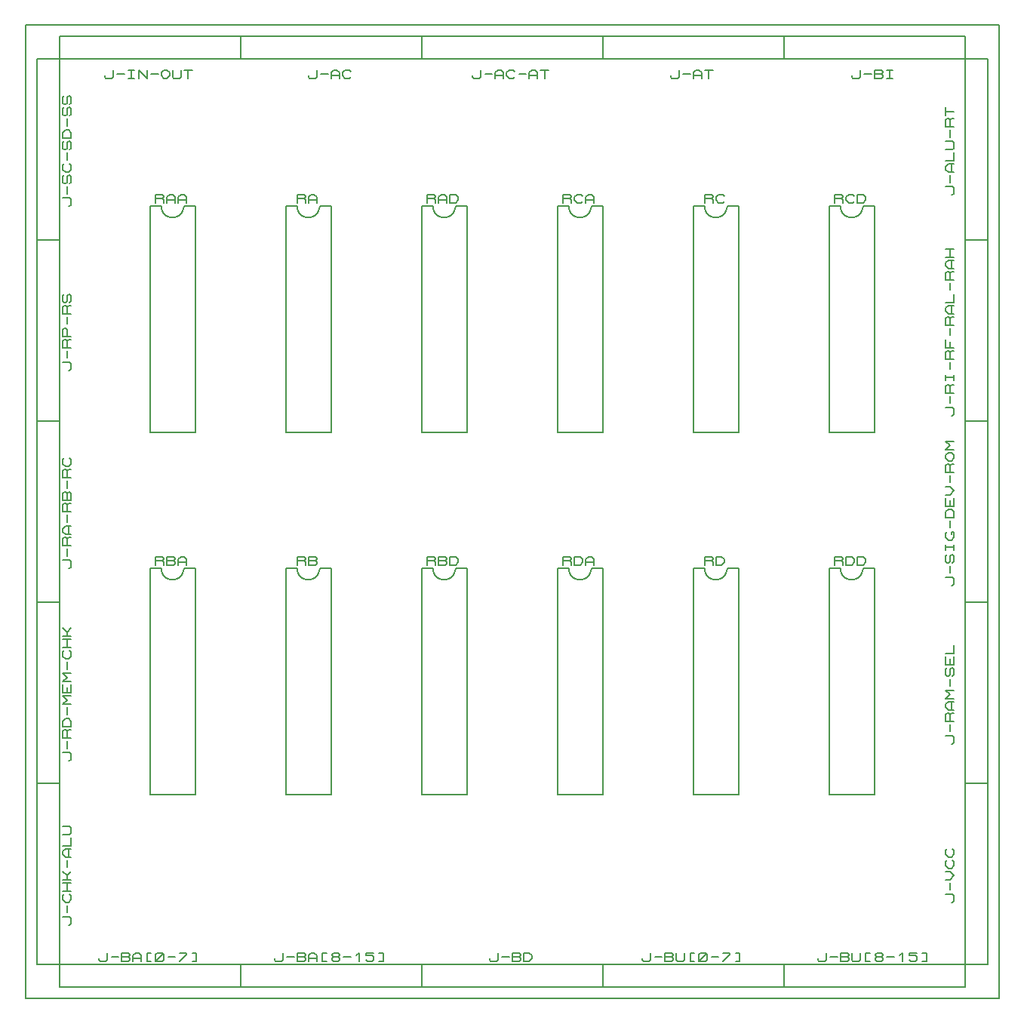
<source format=gbr>
G04 PROTEUS GERBER X2 FILE*
%TF.GenerationSoftware,Labcenter,Proteus,8.13-SP0-Build31525*%
%TF.CreationDate,2022-07-18T16:44:16+00:00*%
%TF.FileFunction,Legend,Top*%
%TF.FilePolarity,Positive*%
%TF.Part,Single*%
%TF.SameCoordinates,{5cd33fac-9818-4aa8-8d23-16ed7fe0303d}*%
%FSLAX45Y45*%
%MOMM*%
G01*
%TA.AperFunction,Profile*%
%ADD15C,0.203200*%
%TA.AperFunction,Material*%
%ADD16C,0.203200*%
%TD.AperFunction*%
D15*
X-5461000Y-5715000D02*
X+5461000Y-5715000D01*
X+5461000Y+5207000D01*
X-5461000Y+5207000D01*
X-5461000Y-5715000D01*
D16*
X-3048000Y+4826000D02*
X-1016000Y+4826000D01*
X-1016000Y+5080000D01*
X-3048000Y+5080000D01*
X-3048000Y+4826000D01*
X-2286000Y+4643120D02*
X-2286000Y+4627880D01*
X-2270125Y+4612640D01*
X-2206625Y+4612640D01*
X-2190750Y+4627880D01*
X-2190750Y+4704080D01*
X-2143125Y+4658360D02*
X-2063750Y+4658360D01*
X-2032000Y+4612640D02*
X-2032000Y+4673600D01*
X-2000250Y+4704080D01*
X-1968500Y+4704080D01*
X-1936750Y+4673600D01*
X-1936750Y+4612640D01*
X-2032000Y+4643120D02*
X-1936750Y+4643120D01*
X-1809750Y+4627880D02*
X-1825625Y+4612640D01*
X-1873250Y+4612640D01*
X-1905000Y+4643120D01*
X-1905000Y+4673600D01*
X-1873250Y+4704080D01*
X-1825625Y+4704080D01*
X-1809750Y+4688840D01*
X-1016000Y+4826000D02*
X+1016000Y+4826000D01*
X+1016000Y+5080000D01*
X-1016000Y+5080000D01*
X-1016000Y+4826000D01*
X-444500Y+4643120D02*
X-444500Y+4627880D01*
X-428625Y+4612640D01*
X-365125Y+4612640D01*
X-349250Y+4627880D01*
X-349250Y+4704080D01*
X-301625Y+4658360D02*
X-222250Y+4658360D01*
X-190500Y+4612640D02*
X-190500Y+4673600D01*
X-158750Y+4704080D01*
X-127000Y+4704080D01*
X-95250Y+4673600D01*
X-95250Y+4612640D01*
X-190500Y+4643120D02*
X-95250Y+4643120D01*
X+31750Y+4627880D02*
X+15875Y+4612640D01*
X-31750Y+4612640D01*
X-63500Y+4643120D01*
X-63500Y+4673600D01*
X-31750Y+4704080D01*
X+15875Y+4704080D01*
X+31750Y+4688840D01*
X+79375Y+4658360D02*
X+158750Y+4658360D01*
X+190500Y+4612640D02*
X+190500Y+4673600D01*
X+222250Y+4704080D01*
X+254000Y+4704080D01*
X+285750Y+4673600D01*
X+285750Y+4612640D01*
X+190500Y+4643120D02*
X+285750Y+4643120D01*
X+317500Y+4704080D02*
X+412750Y+4704080D01*
X+365125Y+4704080D02*
X+365125Y+4612640D01*
X+1016000Y+4826000D02*
X+3048000Y+4826000D01*
X+3048000Y+5080000D01*
X+1016000Y+5080000D01*
X+1016000Y+4826000D01*
X+1778000Y+4643120D02*
X+1778000Y+4627880D01*
X+1793875Y+4612640D01*
X+1857375Y+4612640D01*
X+1873250Y+4627880D01*
X+1873250Y+4704080D01*
X+1920875Y+4658360D02*
X+2000250Y+4658360D01*
X+2032000Y+4612640D02*
X+2032000Y+4673600D01*
X+2063750Y+4704080D01*
X+2095500Y+4704080D01*
X+2127250Y+4673600D01*
X+2127250Y+4612640D01*
X+2032000Y+4643120D02*
X+2127250Y+4643120D01*
X+2159000Y+4704080D02*
X+2254250Y+4704080D01*
X+2206625Y+4704080D02*
X+2206625Y+4612640D01*
X+3048000Y+4826000D02*
X+5080000Y+4826000D01*
X+5080000Y+5080000D01*
X+3048000Y+5080000D01*
X+3048000Y+4826000D01*
X+3810000Y+4643120D02*
X+3810000Y+4627880D01*
X+3825875Y+4612640D01*
X+3889375Y+4612640D01*
X+3905250Y+4627880D01*
X+3905250Y+4704080D01*
X+3952875Y+4658360D02*
X+4032250Y+4658360D01*
X+4064000Y+4612640D02*
X+4064000Y+4704080D01*
X+4143375Y+4704080D01*
X+4159250Y+4688840D01*
X+4159250Y+4673600D01*
X+4143375Y+4658360D01*
X+4159250Y+4643120D01*
X+4159250Y+4627880D01*
X+4143375Y+4612640D01*
X+4064000Y+4612640D01*
X+4064000Y+4658360D02*
X+4143375Y+4658360D01*
X+4206875Y+4704080D02*
X+4270375Y+4704080D01*
X+4238625Y+4704080D02*
X+4238625Y+4612640D01*
X+4206875Y+4612640D02*
X+4270375Y+4612640D01*
X-5080000Y+4826000D02*
X-3048000Y+4826000D01*
X-3048000Y+5080000D01*
X-5080000Y+5080000D01*
X-5080000Y+4826000D01*
X-4572000Y+4643120D02*
X-4572000Y+4627880D01*
X-4556125Y+4612640D01*
X-4492625Y+4612640D01*
X-4476750Y+4627880D01*
X-4476750Y+4704080D01*
X-4429125Y+4658360D02*
X-4349750Y+4658360D01*
X-4302125Y+4704080D02*
X-4238625Y+4704080D01*
X-4270375Y+4704080D02*
X-4270375Y+4612640D01*
X-4302125Y+4612640D02*
X-4238625Y+4612640D01*
X-4191000Y+4612640D02*
X-4191000Y+4704080D01*
X-4095750Y+4612640D01*
X-4095750Y+4704080D01*
X-4048125Y+4658360D02*
X-3968750Y+4658360D01*
X-3937000Y+4673600D02*
X-3905250Y+4704080D01*
X-3873500Y+4704080D01*
X-3841750Y+4673600D01*
X-3841750Y+4643120D01*
X-3873500Y+4612640D01*
X-3905250Y+4612640D01*
X-3937000Y+4643120D01*
X-3937000Y+4673600D01*
X-3810000Y+4704080D02*
X-3810000Y+4627880D01*
X-3794125Y+4612640D01*
X-3730625Y+4612640D01*
X-3714750Y+4627880D01*
X-3714750Y+4704080D01*
X-3683000Y+4704080D02*
X-3587750Y+4704080D01*
X-3635375Y+4704080D02*
X-3635375Y+4612640D01*
X-5080000Y-5588000D02*
X-3048000Y-5588000D01*
X-3048000Y-5334000D01*
X-5080000Y-5334000D01*
X-5080000Y-5588000D01*
X-4635500Y-5262880D02*
X-4635500Y-5278120D01*
X-4619625Y-5293360D01*
X-4556125Y-5293360D01*
X-4540250Y-5278120D01*
X-4540250Y-5201920D01*
X-4492625Y-5247640D02*
X-4413250Y-5247640D01*
X-4381500Y-5293360D02*
X-4381500Y-5201920D01*
X-4302125Y-5201920D01*
X-4286250Y-5217160D01*
X-4286250Y-5232400D01*
X-4302125Y-5247640D01*
X-4286250Y-5262880D01*
X-4286250Y-5278120D01*
X-4302125Y-5293360D01*
X-4381500Y-5293360D01*
X-4381500Y-5247640D02*
X-4302125Y-5247640D01*
X-4254500Y-5293360D02*
X-4254500Y-5232400D01*
X-4222750Y-5201920D01*
X-4191000Y-5201920D01*
X-4159250Y-5232400D01*
X-4159250Y-5293360D01*
X-4254500Y-5262880D02*
X-4159250Y-5262880D01*
X-4048125Y-5201920D02*
X-4095750Y-5201920D01*
X-4095750Y-5293360D01*
X-4048125Y-5293360D01*
X-4000500Y-5278120D02*
X-4000500Y-5217160D01*
X-3984625Y-5201920D01*
X-3921125Y-5201920D01*
X-3905250Y-5217160D01*
X-3905250Y-5278120D01*
X-3921125Y-5293360D01*
X-3984625Y-5293360D01*
X-4000500Y-5278120D01*
X-4000500Y-5293360D02*
X-3905250Y-5201920D01*
X-3857625Y-5247640D02*
X-3778250Y-5247640D01*
X-3730625Y-5201920D02*
X-3651250Y-5201920D01*
X-3651250Y-5217160D01*
X-3730625Y-5293360D01*
X-3587750Y-5201920D02*
X-3540125Y-5201920D01*
X-3540125Y-5293360D01*
X-3587750Y-5293360D01*
X-3048000Y-5588000D02*
X-1016000Y-5588000D01*
X-1016000Y-5334000D01*
X-3048000Y-5334000D01*
X-3048000Y-5588000D01*
X-2667000Y-5262880D02*
X-2667000Y-5278120D01*
X-2651125Y-5293360D01*
X-2587625Y-5293360D01*
X-2571750Y-5278120D01*
X-2571750Y-5201920D01*
X-2524125Y-5247640D02*
X-2444750Y-5247640D01*
X-2413000Y-5293360D02*
X-2413000Y-5201920D01*
X-2333625Y-5201920D01*
X-2317750Y-5217160D01*
X-2317750Y-5232400D01*
X-2333625Y-5247640D01*
X-2317750Y-5262880D01*
X-2317750Y-5278120D01*
X-2333625Y-5293360D01*
X-2413000Y-5293360D01*
X-2413000Y-5247640D02*
X-2333625Y-5247640D01*
X-2286000Y-5293360D02*
X-2286000Y-5232400D01*
X-2254250Y-5201920D01*
X-2222500Y-5201920D01*
X-2190750Y-5232400D01*
X-2190750Y-5293360D01*
X-2286000Y-5262880D02*
X-2190750Y-5262880D01*
X-2079625Y-5201920D02*
X-2127250Y-5201920D01*
X-2127250Y-5293360D01*
X-2079625Y-5293360D01*
X-2000250Y-5247640D02*
X-2016125Y-5232400D01*
X-2016125Y-5217160D01*
X-2000250Y-5201920D01*
X-1952625Y-5201920D01*
X-1936750Y-5217160D01*
X-1936750Y-5232400D01*
X-1952625Y-5247640D01*
X-2000250Y-5247640D01*
X-2016125Y-5262880D01*
X-2016125Y-5278120D01*
X-2000250Y-5293360D01*
X-1952625Y-5293360D01*
X-1936750Y-5278120D01*
X-1936750Y-5262880D01*
X-1952625Y-5247640D01*
X-1889125Y-5247640D02*
X-1809750Y-5247640D01*
X-1746250Y-5232400D02*
X-1714500Y-5201920D01*
X-1714500Y-5293360D01*
X-1555750Y-5201920D02*
X-1635125Y-5201920D01*
X-1635125Y-5232400D01*
X-1571625Y-5232400D01*
X-1555750Y-5247640D01*
X-1555750Y-5278120D01*
X-1571625Y-5293360D01*
X-1619250Y-5293360D01*
X-1635125Y-5278120D01*
X-1492250Y-5201920D02*
X-1444625Y-5201920D01*
X-1444625Y-5293360D01*
X-1492250Y-5293360D01*
X-1016000Y-5588000D02*
X+1016000Y-5588000D01*
X+1016000Y-5334000D01*
X-1016000Y-5334000D01*
X-1016000Y-5588000D01*
X-254000Y-5262880D02*
X-254000Y-5278120D01*
X-238125Y-5293360D01*
X-174625Y-5293360D01*
X-158750Y-5278120D01*
X-158750Y-5201920D01*
X-111125Y-5247640D02*
X-31750Y-5247640D01*
X+0Y-5293360D02*
X+0Y-5201920D01*
X+79375Y-5201920D01*
X+95250Y-5217160D01*
X+95250Y-5232400D01*
X+79375Y-5247640D01*
X+95250Y-5262880D01*
X+95250Y-5278120D01*
X+79375Y-5293360D01*
X+0Y-5293360D01*
X+0Y-5247640D02*
X+79375Y-5247640D01*
X+127000Y-5293360D02*
X+127000Y-5201920D01*
X+190500Y-5201920D01*
X+222250Y-5232400D01*
X+222250Y-5262880D01*
X+190500Y-5293360D01*
X+127000Y-5293360D01*
X+1016000Y-5588000D02*
X+3048000Y-5588000D01*
X+3048000Y-5334000D01*
X+1016000Y-5334000D01*
X+1016000Y-5588000D01*
X+1460500Y-5262880D02*
X+1460500Y-5278120D01*
X+1476375Y-5293360D01*
X+1539875Y-5293360D01*
X+1555750Y-5278120D01*
X+1555750Y-5201920D01*
X+1603375Y-5247640D02*
X+1682750Y-5247640D01*
X+1714500Y-5293360D02*
X+1714500Y-5201920D01*
X+1793875Y-5201920D01*
X+1809750Y-5217160D01*
X+1809750Y-5232400D01*
X+1793875Y-5247640D01*
X+1809750Y-5262880D01*
X+1809750Y-5278120D01*
X+1793875Y-5293360D01*
X+1714500Y-5293360D01*
X+1714500Y-5247640D02*
X+1793875Y-5247640D01*
X+1841500Y-5201920D02*
X+1841500Y-5278120D01*
X+1857375Y-5293360D01*
X+1920875Y-5293360D01*
X+1936750Y-5278120D01*
X+1936750Y-5201920D01*
X+2047875Y-5201920D02*
X+2000250Y-5201920D01*
X+2000250Y-5293360D01*
X+2047875Y-5293360D01*
X+2095500Y-5278120D02*
X+2095500Y-5217160D01*
X+2111375Y-5201920D01*
X+2174875Y-5201920D01*
X+2190750Y-5217160D01*
X+2190750Y-5278120D01*
X+2174875Y-5293360D01*
X+2111375Y-5293360D01*
X+2095500Y-5278120D01*
X+2095500Y-5293360D02*
X+2190750Y-5201920D01*
X+2238375Y-5247640D02*
X+2317750Y-5247640D01*
X+2365375Y-5201920D02*
X+2444750Y-5201920D01*
X+2444750Y-5217160D01*
X+2365375Y-5293360D01*
X+2508250Y-5201920D02*
X+2555875Y-5201920D01*
X+2555875Y-5293360D01*
X+2508250Y-5293360D01*
X+3048000Y-5588000D02*
X+5080000Y-5588000D01*
X+5080000Y-5334000D01*
X+3048000Y-5334000D01*
X+3048000Y-5588000D01*
X+3429000Y-5262880D02*
X+3429000Y-5278120D01*
X+3444875Y-5293360D01*
X+3508375Y-5293360D01*
X+3524250Y-5278120D01*
X+3524250Y-5201920D01*
X+3571875Y-5247640D02*
X+3651250Y-5247640D01*
X+3683000Y-5293360D02*
X+3683000Y-5201920D01*
X+3762375Y-5201920D01*
X+3778250Y-5217160D01*
X+3778250Y-5232400D01*
X+3762375Y-5247640D01*
X+3778250Y-5262880D01*
X+3778250Y-5278120D01*
X+3762375Y-5293360D01*
X+3683000Y-5293360D01*
X+3683000Y-5247640D02*
X+3762375Y-5247640D01*
X+3810000Y-5201920D02*
X+3810000Y-5278120D01*
X+3825875Y-5293360D01*
X+3889375Y-5293360D01*
X+3905250Y-5278120D01*
X+3905250Y-5201920D01*
X+4016375Y-5201920D02*
X+3968750Y-5201920D01*
X+3968750Y-5293360D01*
X+4016375Y-5293360D01*
X+4095750Y-5247640D02*
X+4079875Y-5232400D01*
X+4079875Y-5217160D01*
X+4095750Y-5201920D01*
X+4143375Y-5201920D01*
X+4159250Y-5217160D01*
X+4159250Y-5232400D01*
X+4143375Y-5247640D01*
X+4095750Y-5247640D01*
X+4079875Y-5262880D01*
X+4079875Y-5278120D01*
X+4095750Y-5293360D01*
X+4143375Y-5293360D01*
X+4159250Y-5278120D01*
X+4159250Y-5262880D01*
X+4143375Y-5247640D01*
X+4206875Y-5247640D02*
X+4286250Y-5247640D01*
X+4349750Y-5232400D02*
X+4381500Y-5201920D01*
X+4381500Y-5293360D01*
X+4540250Y-5201920D02*
X+4460875Y-5201920D01*
X+4460875Y-5232400D01*
X+4524375Y-5232400D01*
X+4540250Y-5247640D01*
X+4540250Y-5278120D01*
X+4524375Y-5293360D01*
X+4476750Y-5293360D01*
X+4460875Y-5278120D01*
X+4603750Y-5201920D02*
X+4651375Y-5201920D01*
X+4651375Y-5293360D01*
X+4603750Y-5293360D01*
X-5334000Y+2794000D02*
X-5080000Y+2794000D01*
X-5080000Y+4826000D01*
X-5334000Y+4826000D01*
X-5334000Y+2794000D01*
X-4978400Y+3175000D02*
X-4963160Y+3175000D01*
X-4947920Y+3190875D01*
X-4947920Y+3254375D01*
X-4963160Y+3270250D01*
X-5039360Y+3270250D01*
X-4993640Y+3317875D02*
X-4993640Y+3397250D01*
X-4963160Y+3429000D02*
X-4947920Y+3444875D01*
X-4947920Y+3508375D01*
X-4963160Y+3524250D01*
X-4978400Y+3524250D01*
X-4993640Y+3508375D01*
X-4993640Y+3444875D01*
X-5008880Y+3429000D01*
X-5024120Y+3429000D01*
X-5039360Y+3444875D01*
X-5039360Y+3508375D01*
X-5024120Y+3524250D01*
X-4963160Y+3651250D02*
X-4947920Y+3635375D01*
X-4947920Y+3587750D01*
X-4978400Y+3556000D01*
X-5008880Y+3556000D01*
X-5039360Y+3587750D01*
X-5039360Y+3635375D01*
X-5024120Y+3651250D01*
X-4993640Y+3698875D02*
X-4993640Y+3778250D01*
X-4963160Y+3810000D02*
X-4947920Y+3825875D01*
X-4947920Y+3889375D01*
X-4963160Y+3905250D01*
X-4978400Y+3905250D01*
X-4993640Y+3889375D01*
X-4993640Y+3825875D01*
X-5008880Y+3810000D01*
X-5024120Y+3810000D01*
X-5039360Y+3825875D01*
X-5039360Y+3889375D01*
X-5024120Y+3905250D01*
X-4947920Y+3937000D02*
X-5039360Y+3937000D01*
X-5039360Y+4000500D01*
X-5008880Y+4032250D01*
X-4978400Y+4032250D01*
X-4947920Y+4000500D01*
X-4947920Y+3937000D01*
X-4993640Y+4079875D02*
X-4993640Y+4159250D01*
X-4963160Y+4191000D02*
X-4947920Y+4206875D01*
X-4947920Y+4270375D01*
X-4963160Y+4286250D01*
X-4978400Y+4286250D01*
X-4993640Y+4270375D01*
X-4993640Y+4206875D01*
X-5008880Y+4191000D01*
X-5024120Y+4191000D01*
X-5039360Y+4206875D01*
X-5039360Y+4270375D01*
X-5024120Y+4286250D01*
X-4963160Y+4318000D02*
X-4947920Y+4333875D01*
X-4947920Y+4397375D01*
X-4963160Y+4413250D01*
X-4978400Y+4413250D01*
X-4993640Y+4397375D01*
X-4993640Y+4333875D01*
X-5008880Y+4318000D01*
X-5024120Y+4318000D01*
X-5039360Y+4333875D01*
X-5039360Y+4397375D01*
X-5024120Y+4413250D01*
X-5334000Y+762000D02*
X-5080000Y+762000D01*
X-5080000Y+2794000D01*
X-5334000Y+2794000D01*
X-5334000Y+762000D01*
X-4978400Y+1333500D02*
X-4963160Y+1333500D01*
X-4947920Y+1349375D01*
X-4947920Y+1412875D01*
X-4963160Y+1428750D01*
X-5039360Y+1428750D01*
X-4993640Y+1476375D02*
X-4993640Y+1555750D01*
X-4947920Y+1587500D02*
X-5039360Y+1587500D01*
X-5039360Y+1666875D01*
X-5024120Y+1682750D01*
X-5008880Y+1682750D01*
X-4993640Y+1666875D01*
X-4993640Y+1587500D01*
X-4993640Y+1666875D02*
X-4978400Y+1682750D01*
X-4947920Y+1682750D01*
X-4947920Y+1714500D02*
X-5039360Y+1714500D01*
X-5039360Y+1793875D01*
X-5024120Y+1809750D01*
X-5008880Y+1809750D01*
X-4993640Y+1793875D01*
X-4993640Y+1714500D01*
X-4993640Y+1857375D02*
X-4993640Y+1936750D01*
X-4947920Y+1968500D02*
X-5039360Y+1968500D01*
X-5039360Y+2047875D01*
X-5024120Y+2063750D01*
X-5008880Y+2063750D01*
X-4993640Y+2047875D01*
X-4993640Y+1968500D01*
X-4993640Y+2047875D02*
X-4978400Y+2063750D01*
X-4947920Y+2063750D01*
X-4963160Y+2095500D02*
X-4947920Y+2111375D01*
X-4947920Y+2174875D01*
X-4963160Y+2190750D01*
X-4978400Y+2190750D01*
X-4993640Y+2174875D01*
X-4993640Y+2111375D01*
X-5008880Y+2095500D01*
X-5024120Y+2095500D01*
X-5039360Y+2111375D01*
X-5039360Y+2174875D01*
X-5024120Y+2190750D01*
X-5334000Y-1270000D02*
X-5080000Y-1270000D01*
X-5080000Y+762000D01*
X-5334000Y+762000D01*
X-5334000Y-1270000D01*
X-4978400Y-889000D02*
X-4963160Y-889000D01*
X-4947920Y-873125D01*
X-4947920Y-809625D01*
X-4963160Y-793750D01*
X-5039360Y-793750D01*
X-4993640Y-746125D02*
X-4993640Y-666750D01*
X-4947920Y-635000D02*
X-5039360Y-635000D01*
X-5039360Y-555625D01*
X-5024120Y-539750D01*
X-5008880Y-539750D01*
X-4993640Y-555625D01*
X-4993640Y-635000D01*
X-4993640Y-555625D02*
X-4978400Y-539750D01*
X-4947920Y-539750D01*
X-4947920Y-508000D02*
X-5008880Y-508000D01*
X-5039360Y-476250D01*
X-5039360Y-444500D01*
X-5008880Y-412750D01*
X-4947920Y-412750D01*
X-4978400Y-508000D02*
X-4978400Y-412750D01*
X-4993640Y-365125D02*
X-4993640Y-285750D01*
X-4947920Y-254000D02*
X-5039360Y-254000D01*
X-5039360Y-174625D01*
X-5024120Y-158750D01*
X-5008880Y-158750D01*
X-4993640Y-174625D01*
X-4993640Y-254000D01*
X-4993640Y-174625D02*
X-4978400Y-158750D01*
X-4947920Y-158750D01*
X-4947920Y-127000D02*
X-5039360Y-127000D01*
X-5039360Y-47625D01*
X-5024120Y-31750D01*
X-5008880Y-31750D01*
X-4993640Y-47625D01*
X-4978400Y-31750D01*
X-4963160Y-31750D01*
X-4947920Y-47625D01*
X-4947920Y-127000D01*
X-4993640Y-127000D02*
X-4993640Y-47625D01*
X-4993640Y+15875D02*
X-4993640Y+95250D01*
X-4947920Y+127000D02*
X-5039360Y+127000D01*
X-5039360Y+206375D01*
X-5024120Y+222250D01*
X-5008880Y+222250D01*
X-4993640Y+206375D01*
X-4993640Y+127000D01*
X-4993640Y+206375D02*
X-4978400Y+222250D01*
X-4947920Y+222250D01*
X-4963160Y+349250D02*
X-4947920Y+333375D01*
X-4947920Y+285750D01*
X-4978400Y+254000D01*
X-5008880Y+254000D01*
X-5039360Y+285750D01*
X-5039360Y+333375D01*
X-5024120Y+349250D01*
X-5334000Y-3302000D02*
X-5080000Y-3302000D01*
X-5080000Y-1270000D01*
X-5334000Y-1270000D01*
X-5334000Y-3302000D01*
X-4978400Y-3048000D02*
X-4963160Y-3048000D01*
X-4947920Y-3032125D01*
X-4947920Y-2968625D01*
X-4963160Y-2952750D01*
X-5039360Y-2952750D01*
X-4993640Y-2905125D02*
X-4993640Y-2825750D01*
X-4947920Y-2794000D02*
X-5039360Y-2794000D01*
X-5039360Y-2714625D01*
X-5024120Y-2698750D01*
X-5008880Y-2698750D01*
X-4993640Y-2714625D01*
X-4993640Y-2794000D01*
X-4993640Y-2714625D02*
X-4978400Y-2698750D01*
X-4947920Y-2698750D01*
X-4947920Y-2667000D02*
X-5039360Y-2667000D01*
X-5039360Y-2603500D01*
X-5008880Y-2571750D01*
X-4978400Y-2571750D01*
X-4947920Y-2603500D01*
X-4947920Y-2667000D01*
X-4993640Y-2524125D02*
X-4993640Y-2444750D01*
X-4947920Y-2413000D02*
X-5039360Y-2413000D01*
X-4993640Y-2365375D01*
X-5039360Y-2317750D01*
X-4947920Y-2317750D01*
X-4947920Y-2190750D02*
X-4947920Y-2286000D01*
X-5039360Y-2286000D01*
X-5039360Y-2190750D01*
X-4993640Y-2286000D02*
X-4993640Y-2222500D01*
X-4947920Y-2159000D02*
X-5039360Y-2159000D01*
X-4993640Y-2111375D01*
X-5039360Y-2063750D01*
X-4947920Y-2063750D01*
X-4993640Y-2016125D02*
X-4993640Y-1936750D01*
X-4963160Y-1809750D02*
X-4947920Y-1825625D01*
X-4947920Y-1873250D01*
X-4978400Y-1905000D01*
X-5008880Y-1905000D01*
X-5039360Y-1873250D01*
X-5039360Y-1825625D01*
X-5024120Y-1809750D01*
X-4947920Y-1778000D02*
X-5039360Y-1778000D01*
X-5039360Y-1682750D02*
X-4947920Y-1682750D01*
X-4993640Y-1778000D02*
X-4993640Y-1682750D01*
X-5039360Y-1651000D02*
X-4947920Y-1651000D01*
X-5039360Y-1555750D02*
X-4993640Y-1603375D01*
X-4947920Y-1555750D01*
X-4993640Y-1651000D02*
X-4993640Y-1603375D01*
X-5334000Y-5334000D02*
X-5080000Y-5334000D01*
X-5080000Y-3302000D01*
X-5334000Y-3302000D01*
X-5334000Y-5334000D01*
X-4978400Y-4889500D02*
X-4963160Y-4889500D01*
X-4947920Y-4873625D01*
X-4947920Y-4810125D01*
X-4963160Y-4794250D01*
X-5039360Y-4794250D01*
X-4993640Y-4746625D02*
X-4993640Y-4667250D01*
X-4963160Y-4540250D02*
X-4947920Y-4556125D01*
X-4947920Y-4603750D01*
X-4978400Y-4635500D01*
X-5008880Y-4635500D01*
X-5039360Y-4603750D01*
X-5039360Y-4556125D01*
X-5024120Y-4540250D01*
X-4947920Y-4508500D02*
X-5039360Y-4508500D01*
X-5039360Y-4413250D02*
X-4947920Y-4413250D01*
X-4993640Y-4508500D02*
X-4993640Y-4413250D01*
X-5039360Y-4381500D02*
X-4947920Y-4381500D01*
X-5039360Y-4286250D02*
X-4993640Y-4333875D01*
X-4947920Y-4286250D01*
X-4993640Y-4381500D02*
X-4993640Y-4333875D01*
X-4993640Y-4238625D02*
X-4993640Y-4159250D01*
X-4947920Y-4127500D02*
X-5008880Y-4127500D01*
X-5039360Y-4095750D01*
X-5039360Y-4064000D01*
X-5008880Y-4032250D01*
X-4947920Y-4032250D01*
X-4978400Y-4127500D02*
X-4978400Y-4032250D01*
X-5039360Y-4000500D02*
X-4947920Y-4000500D01*
X-4947920Y-3905250D01*
X-5039360Y-3873500D02*
X-4963160Y-3873500D01*
X-4947920Y-3857625D01*
X-4947920Y-3794125D01*
X-4963160Y-3778250D01*
X-5039360Y-3778250D01*
X+5080000Y+2794000D02*
X+5334000Y+2794000D01*
X+5334000Y+4826000D01*
X+5080000Y+4826000D01*
X+5080000Y+2794000D01*
X+4927600Y+3302000D02*
X+4942840Y+3302000D01*
X+4958080Y+3317875D01*
X+4958080Y+3381375D01*
X+4942840Y+3397250D01*
X+4866640Y+3397250D01*
X+4912360Y+3444875D02*
X+4912360Y+3524250D01*
X+4958080Y+3556000D02*
X+4897120Y+3556000D01*
X+4866640Y+3587750D01*
X+4866640Y+3619500D01*
X+4897120Y+3651250D01*
X+4958080Y+3651250D01*
X+4927600Y+3556000D02*
X+4927600Y+3651250D01*
X+4866640Y+3683000D02*
X+4958080Y+3683000D01*
X+4958080Y+3778250D01*
X+4866640Y+3810000D02*
X+4942840Y+3810000D01*
X+4958080Y+3825875D01*
X+4958080Y+3889375D01*
X+4942840Y+3905250D01*
X+4866640Y+3905250D01*
X+4912360Y+3952875D02*
X+4912360Y+4032250D01*
X+4958080Y+4064000D02*
X+4866640Y+4064000D01*
X+4866640Y+4143375D01*
X+4881880Y+4159250D01*
X+4897120Y+4159250D01*
X+4912360Y+4143375D01*
X+4912360Y+4064000D01*
X+4912360Y+4143375D02*
X+4927600Y+4159250D01*
X+4958080Y+4159250D01*
X+4866640Y+4191000D02*
X+4866640Y+4286250D01*
X+4866640Y+4238625D02*
X+4958080Y+4238625D01*
X+5080000Y+762000D02*
X+5334000Y+762000D01*
X+5334000Y+2794000D01*
X+5080000Y+2794000D01*
X+5080000Y+762000D01*
X+4927600Y+825500D02*
X+4942840Y+825500D01*
X+4958080Y+841375D01*
X+4958080Y+904875D01*
X+4942840Y+920750D01*
X+4866640Y+920750D01*
X+4912360Y+968375D02*
X+4912360Y+1047750D01*
X+4958080Y+1079500D02*
X+4866640Y+1079500D01*
X+4866640Y+1158875D01*
X+4881880Y+1174750D01*
X+4897120Y+1174750D01*
X+4912360Y+1158875D01*
X+4912360Y+1079500D01*
X+4912360Y+1158875D02*
X+4927600Y+1174750D01*
X+4958080Y+1174750D01*
X+4866640Y+1222375D02*
X+4866640Y+1285875D01*
X+4866640Y+1254125D02*
X+4958080Y+1254125D01*
X+4958080Y+1222375D02*
X+4958080Y+1285875D01*
X+4912360Y+1349375D02*
X+4912360Y+1428750D01*
X+4958080Y+1460500D02*
X+4866640Y+1460500D01*
X+4866640Y+1539875D01*
X+4881880Y+1555750D01*
X+4897120Y+1555750D01*
X+4912360Y+1539875D01*
X+4912360Y+1460500D01*
X+4912360Y+1539875D02*
X+4927600Y+1555750D01*
X+4958080Y+1555750D01*
X+4958080Y+1587500D02*
X+4866640Y+1587500D01*
X+4866640Y+1682750D01*
X+4912360Y+1587500D02*
X+4912360Y+1651000D01*
X+4912360Y+1730375D02*
X+4912360Y+1809750D01*
X+4958080Y+1841500D02*
X+4866640Y+1841500D01*
X+4866640Y+1920875D01*
X+4881880Y+1936750D01*
X+4897120Y+1936750D01*
X+4912360Y+1920875D01*
X+4912360Y+1841500D01*
X+4912360Y+1920875D02*
X+4927600Y+1936750D01*
X+4958080Y+1936750D01*
X+4958080Y+1968500D02*
X+4897120Y+1968500D01*
X+4866640Y+2000250D01*
X+4866640Y+2032000D01*
X+4897120Y+2063750D01*
X+4958080Y+2063750D01*
X+4927600Y+1968500D02*
X+4927600Y+2063750D01*
X+4866640Y+2095500D02*
X+4958080Y+2095500D01*
X+4958080Y+2190750D01*
X+4912360Y+2238375D02*
X+4912360Y+2317750D01*
X+4958080Y+2349500D02*
X+4866640Y+2349500D01*
X+4866640Y+2428875D01*
X+4881880Y+2444750D01*
X+4897120Y+2444750D01*
X+4912360Y+2428875D01*
X+4912360Y+2349500D01*
X+4912360Y+2428875D02*
X+4927600Y+2444750D01*
X+4958080Y+2444750D01*
X+4958080Y+2476500D02*
X+4897120Y+2476500D01*
X+4866640Y+2508250D01*
X+4866640Y+2540000D01*
X+4897120Y+2571750D01*
X+4958080Y+2571750D01*
X+4927600Y+2476500D02*
X+4927600Y+2571750D01*
X+4958080Y+2603500D02*
X+4866640Y+2603500D01*
X+4866640Y+2698750D02*
X+4958080Y+2698750D01*
X+4912360Y+2603500D02*
X+4912360Y+2698750D01*
X+5080000Y-1270000D02*
X+5334000Y-1270000D01*
X+5334000Y+762000D01*
X+5080000Y+762000D01*
X+5080000Y-1270000D01*
X+4927600Y-1079500D02*
X+4942840Y-1079500D01*
X+4958080Y-1063625D01*
X+4958080Y-1000125D01*
X+4942840Y-984250D01*
X+4866640Y-984250D01*
X+4912360Y-936625D02*
X+4912360Y-857250D01*
X+4942840Y-825500D02*
X+4958080Y-809625D01*
X+4958080Y-746125D01*
X+4942840Y-730250D01*
X+4927600Y-730250D01*
X+4912360Y-746125D01*
X+4912360Y-809625D01*
X+4897120Y-825500D01*
X+4881880Y-825500D01*
X+4866640Y-809625D01*
X+4866640Y-746125D01*
X+4881880Y-730250D01*
X+4866640Y-682625D02*
X+4866640Y-619125D01*
X+4866640Y-650875D02*
X+4958080Y-650875D01*
X+4958080Y-682625D02*
X+4958080Y-619125D01*
X+4927600Y-508000D02*
X+4927600Y-476250D01*
X+4958080Y-476250D01*
X+4958080Y-539750D01*
X+4927600Y-571500D01*
X+4897120Y-571500D01*
X+4866640Y-539750D01*
X+4866640Y-492125D01*
X+4881880Y-476250D01*
X+4912360Y-428625D02*
X+4912360Y-349250D01*
X+4958080Y-317500D02*
X+4866640Y-317500D01*
X+4866640Y-254000D01*
X+4897120Y-222250D01*
X+4927600Y-222250D01*
X+4958080Y-254000D01*
X+4958080Y-317500D01*
X+4958080Y-95250D02*
X+4958080Y-190500D01*
X+4866640Y-190500D01*
X+4866640Y-95250D01*
X+4912360Y-190500D02*
X+4912360Y-127000D01*
X+4866640Y-63500D02*
X+4912360Y-63500D01*
X+4958080Y-15875D01*
X+4912360Y+31750D01*
X+4866640Y+31750D01*
X+4912360Y+79375D02*
X+4912360Y+158750D01*
X+4958080Y+190500D02*
X+4866640Y+190500D01*
X+4866640Y+269875D01*
X+4881880Y+285750D01*
X+4897120Y+285750D01*
X+4912360Y+269875D01*
X+4912360Y+190500D01*
X+4912360Y+269875D02*
X+4927600Y+285750D01*
X+4958080Y+285750D01*
X+4897120Y+317500D02*
X+4866640Y+349250D01*
X+4866640Y+381000D01*
X+4897120Y+412750D01*
X+4927600Y+412750D01*
X+4958080Y+381000D01*
X+4958080Y+349250D01*
X+4927600Y+317500D01*
X+4897120Y+317500D01*
X+4958080Y+444500D02*
X+4866640Y+444500D01*
X+4912360Y+492125D01*
X+4866640Y+539750D01*
X+4958080Y+539750D01*
X+5080000Y-3302000D02*
X+5334000Y-3302000D01*
X+5334000Y-1270000D01*
X+5080000Y-1270000D01*
X+5080000Y-3302000D01*
X+4927600Y-2857500D02*
X+4942840Y-2857500D01*
X+4958080Y-2841625D01*
X+4958080Y-2778125D01*
X+4942840Y-2762250D01*
X+4866640Y-2762250D01*
X+4912360Y-2714625D02*
X+4912360Y-2635250D01*
X+4958080Y-2603500D02*
X+4866640Y-2603500D01*
X+4866640Y-2524125D01*
X+4881880Y-2508250D01*
X+4897120Y-2508250D01*
X+4912360Y-2524125D01*
X+4912360Y-2603500D01*
X+4912360Y-2524125D02*
X+4927600Y-2508250D01*
X+4958080Y-2508250D01*
X+4958080Y-2476500D02*
X+4897120Y-2476500D01*
X+4866640Y-2444750D01*
X+4866640Y-2413000D01*
X+4897120Y-2381250D01*
X+4958080Y-2381250D01*
X+4927600Y-2476500D02*
X+4927600Y-2381250D01*
X+4958080Y-2349500D02*
X+4866640Y-2349500D01*
X+4912360Y-2301875D01*
X+4866640Y-2254250D01*
X+4958080Y-2254250D01*
X+4912360Y-2206625D02*
X+4912360Y-2127250D01*
X+4942840Y-2095500D02*
X+4958080Y-2079625D01*
X+4958080Y-2016125D01*
X+4942840Y-2000250D01*
X+4927600Y-2000250D01*
X+4912360Y-2016125D01*
X+4912360Y-2079625D01*
X+4897120Y-2095500D01*
X+4881880Y-2095500D01*
X+4866640Y-2079625D01*
X+4866640Y-2016125D01*
X+4881880Y-2000250D01*
X+4958080Y-1873250D02*
X+4958080Y-1968500D01*
X+4866640Y-1968500D01*
X+4866640Y-1873250D01*
X+4912360Y-1968500D02*
X+4912360Y-1905000D01*
X+4866640Y-1841500D02*
X+4958080Y-1841500D01*
X+4958080Y-1746250D01*
X+5080000Y-5334000D02*
X+5334000Y-5334000D01*
X+5334000Y-3302000D01*
X+5080000Y-3302000D01*
X+5080000Y-5334000D01*
X+4927600Y-4635500D02*
X+4942840Y-4635500D01*
X+4958080Y-4619625D01*
X+4958080Y-4556125D01*
X+4942840Y-4540250D01*
X+4866640Y-4540250D01*
X+4912360Y-4492625D02*
X+4912360Y-4413250D01*
X+4866640Y-4381500D02*
X+4912360Y-4381500D01*
X+4958080Y-4333875D01*
X+4912360Y-4286250D01*
X+4866640Y-4286250D01*
X+4942840Y-4159250D02*
X+4958080Y-4175125D01*
X+4958080Y-4222750D01*
X+4927600Y-4254500D01*
X+4897120Y-4254500D01*
X+4866640Y-4222750D01*
X+4866640Y-4175125D01*
X+4881880Y-4159250D01*
X+4942840Y-4032250D02*
X+4958080Y-4048125D01*
X+4958080Y-4095750D01*
X+4927600Y-4127500D01*
X+4897120Y-4127500D01*
X+4866640Y-4095750D01*
X+4866640Y-4048125D01*
X+4881880Y-4032250D01*
X-4064000Y+3175000D02*
X-3937000Y+3175000D01*
X-3810000Y+3048000D02*
X-3784124Y+3050436D01*
X-3760152Y+3057485D01*
X-3738562Y+3068762D01*
X-3719830Y+3083878D01*
X-3704431Y+3102446D01*
X-3692842Y+3124081D01*
X-3685540Y+3148394D01*
X-3683000Y+3175000D01*
X-3810000Y+3048000D02*
X-3836606Y+3050436D01*
X-3860919Y+3057485D01*
X-3882554Y+3068762D01*
X-3901122Y+3083878D01*
X-3916238Y+3102446D01*
X-3927515Y+3124081D01*
X-3934564Y+3148394D01*
X-3937000Y+3175000D01*
X-3683000Y+3175000D02*
X-3556000Y+3175000D01*
X-4064000Y+635000D02*
X-3556000Y+635000D01*
X-4064000Y+3175000D02*
X-4064000Y+635000D01*
X-3556000Y+3175000D02*
X-3556000Y+635000D01*
X-4000500Y+3215640D02*
X-4000500Y+3307080D01*
X-3921125Y+3307080D01*
X-3905250Y+3291840D01*
X-3905250Y+3276600D01*
X-3921125Y+3261360D01*
X-4000500Y+3261360D01*
X-3921125Y+3261360D02*
X-3905250Y+3246120D01*
X-3905250Y+3215640D01*
X-3873500Y+3215640D02*
X-3873500Y+3276600D01*
X-3841750Y+3307080D01*
X-3810000Y+3307080D01*
X-3778250Y+3276600D01*
X-3778250Y+3215640D01*
X-3873500Y+3246120D02*
X-3778250Y+3246120D01*
X-3746500Y+3215640D02*
X-3746500Y+3276600D01*
X-3714750Y+3307080D01*
X-3683000Y+3307080D01*
X-3651250Y+3276600D01*
X-3651250Y+3215640D01*
X-3746500Y+3246120D02*
X-3651250Y+3246120D01*
X-1016000Y+3175000D02*
X-889000Y+3175000D01*
X-762000Y+3048000D02*
X-736124Y+3050436D01*
X-712152Y+3057485D01*
X-690562Y+3068762D01*
X-671830Y+3083878D01*
X-656431Y+3102446D01*
X-644842Y+3124081D01*
X-637540Y+3148394D01*
X-635000Y+3175000D01*
X-762000Y+3048000D02*
X-788606Y+3050436D01*
X-812919Y+3057485D01*
X-834554Y+3068762D01*
X-853122Y+3083878D01*
X-868238Y+3102446D01*
X-879515Y+3124081D01*
X-886564Y+3148394D01*
X-889000Y+3175000D01*
X-635000Y+3175000D02*
X-508000Y+3175000D01*
X-1016000Y+635000D02*
X-508000Y+635000D01*
X-1016000Y+3175000D02*
X-1016000Y+635000D01*
X-508000Y+3175000D02*
X-508000Y+635000D01*
X-952500Y+3215640D02*
X-952500Y+3307080D01*
X-873125Y+3307080D01*
X-857250Y+3291840D01*
X-857250Y+3276600D01*
X-873125Y+3261360D01*
X-952500Y+3261360D01*
X-873125Y+3261360D02*
X-857250Y+3246120D01*
X-857250Y+3215640D01*
X-825500Y+3215640D02*
X-825500Y+3276600D01*
X-793750Y+3307080D01*
X-762000Y+3307080D01*
X-730250Y+3276600D01*
X-730250Y+3215640D01*
X-825500Y+3246120D02*
X-730250Y+3246120D01*
X-698500Y+3215640D02*
X-698500Y+3307080D01*
X-635000Y+3307080D01*
X-603250Y+3276600D01*
X-603250Y+3246120D01*
X-635000Y+3215640D01*
X-698500Y+3215640D01*
X-2540000Y+3175000D02*
X-2413000Y+3175000D01*
X-2286000Y+3048000D02*
X-2260124Y+3050436D01*
X-2236152Y+3057485D01*
X-2214562Y+3068762D01*
X-2195830Y+3083878D01*
X-2180431Y+3102446D01*
X-2168842Y+3124081D01*
X-2161540Y+3148394D01*
X-2159000Y+3175000D01*
X-2286000Y+3048000D02*
X-2312606Y+3050436D01*
X-2336919Y+3057485D01*
X-2358554Y+3068762D01*
X-2377122Y+3083878D01*
X-2392238Y+3102446D01*
X-2403515Y+3124081D01*
X-2410564Y+3148394D01*
X-2413000Y+3175000D01*
X-2159000Y+3175000D02*
X-2032000Y+3175000D01*
X-2540000Y+635000D02*
X-2032000Y+635000D01*
X-2540000Y+3175000D02*
X-2540000Y+635000D01*
X-2032000Y+3175000D02*
X-2032000Y+635000D01*
X-2413000Y+3215640D02*
X-2413000Y+3307080D01*
X-2333625Y+3307080D01*
X-2317750Y+3291840D01*
X-2317750Y+3276600D01*
X-2333625Y+3261360D01*
X-2413000Y+3261360D01*
X-2333625Y+3261360D02*
X-2317750Y+3246120D01*
X-2317750Y+3215640D01*
X-2286000Y+3215640D02*
X-2286000Y+3276600D01*
X-2254250Y+3307080D01*
X-2222500Y+3307080D01*
X-2190750Y+3276600D01*
X-2190750Y+3215640D01*
X-2286000Y+3246120D02*
X-2190750Y+3246120D01*
X-2540000Y-889000D02*
X-2413000Y-889000D01*
X-2286000Y-1016000D02*
X-2260124Y-1013564D01*
X-2236152Y-1006515D01*
X-2214562Y-995238D01*
X-2195830Y-980122D01*
X-2180431Y-961554D01*
X-2168842Y-939919D01*
X-2161540Y-915606D01*
X-2159000Y-889000D01*
X-2286000Y-1016000D02*
X-2312606Y-1013564D01*
X-2336919Y-1006515D01*
X-2358554Y-995238D01*
X-2377122Y-980122D01*
X-2392238Y-961554D01*
X-2403515Y-939919D01*
X-2410564Y-915606D01*
X-2413000Y-889000D01*
X-2159000Y-889000D02*
X-2032000Y-889000D01*
X-2540000Y-3429000D02*
X-2032000Y-3429000D01*
X-2540000Y-889000D02*
X-2540000Y-3429000D01*
X-2032000Y-889000D02*
X-2032000Y-3429000D01*
X-2413000Y-848360D02*
X-2413000Y-756920D01*
X-2333625Y-756920D01*
X-2317750Y-772160D01*
X-2317750Y-787400D01*
X-2333625Y-802640D01*
X-2413000Y-802640D01*
X-2333625Y-802640D02*
X-2317750Y-817880D01*
X-2317750Y-848360D01*
X-2286000Y-848360D02*
X-2286000Y-756920D01*
X-2206625Y-756920D01*
X-2190750Y-772160D01*
X-2190750Y-787400D01*
X-2206625Y-802640D01*
X-2190750Y-817880D01*
X-2190750Y-833120D01*
X-2206625Y-848360D01*
X-2286000Y-848360D01*
X-2286000Y-802640D02*
X-2206625Y-802640D01*
X-4064000Y-889000D02*
X-3937000Y-889000D01*
X-3810000Y-1016000D02*
X-3784124Y-1013564D01*
X-3760152Y-1006515D01*
X-3738562Y-995238D01*
X-3719830Y-980122D01*
X-3704431Y-961554D01*
X-3692842Y-939919D01*
X-3685540Y-915606D01*
X-3683000Y-889000D01*
X-3810000Y-1016000D02*
X-3836606Y-1013564D01*
X-3860919Y-1006515D01*
X-3882554Y-995238D01*
X-3901122Y-980122D01*
X-3916238Y-961554D01*
X-3927515Y-939919D01*
X-3934564Y-915606D01*
X-3937000Y-889000D01*
X-3683000Y-889000D02*
X-3556000Y-889000D01*
X-4064000Y-3429000D02*
X-3556000Y-3429000D01*
X-4064000Y-889000D02*
X-4064000Y-3429000D01*
X-3556000Y-889000D02*
X-3556000Y-3429000D01*
X-4000500Y-848360D02*
X-4000500Y-756920D01*
X-3921125Y-756920D01*
X-3905250Y-772160D01*
X-3905250Y-787400D01*
X-3921125Y-802640D01*
X-4000500Y-802640D01*
X-3921125Y-802640D02*
X-3905250Y-817880D01*
X-3905250Y-848360D01*
X-3873500Y-848360D02*
X-3873500Y-756920D01*
X-3794125Y-756920D01*
X-3778250Y-772160D01*
X-3778250Y-787400D01*
X-3794125Y-802640D01*
X-3778250Y-817880D01*
X-3778250Y-833120D01*
X-3794125Y-848360D01*
X-3873500Y-848360D01*
X-3873500Y-802640D02*
X-3794125Y-802640D01*
X-3746500Y-848360D02*
X-3746500Y-787400D01*
X-3714750Y-756920D01*
X-3683000Y-756920D01*
X-3651250Y-787400D01*
X-3651250Y-848360D01*
X-3746500Y-817880D02*
X-3651250Y-817880D01*
X-1016000Y-889000D02*
X-889000Y-889000D01*
X-762000Y-1016000D02*
X-736124Y-1013564D01*
X-712152Y-1006515D01*
X-690562Y-995238D01*
X-671830Y-980122D01*
X-656431Y-961554D01*
X-644842Y-939919D01*
X-637540Y-915606D01*
X-635000Y-889000D01*
X-762000Y-1016000D02*
X-788606Y-1013564D01*
X-812919Y-1006515D01*
X-834554Y-995238D01*
X-853122Y-980122D01*
X-868238Y-961554D01*
X-879515Y-939919D01*
X-886564Y-915606D01*
X-889000Y-889000D01*
X-635000Y-889000D02*
X-508000Y-889000D01*
X-1016000Y-3429000D02*
X-508000Y-3429000D01*
X-1016000Y-889000D02*
X-1016000Y-3429000D01*
X-508000Y-889000D02*
X-508000Y-3429000D01*
X-952500Y-848360D02*
X-952500Y-756920D01*
X-873125Y-756920D01*
X-857250Y-772160D01*
X-857250Y-787400D01*
X-873125Y-802640D01*
X-952500Y-802640D01*
X-873125Y-802640D02*
X-857250Y-817880D01*
X-857250Y-848360D01*
X-825500Y-848360D02*
X-825500Y-756920D01*
X-746125Y-756920D01*
X-730250Y-772160D01*
X-730250Y-787400D01*
X-746125Y-802640D01*
X-730250Y-817880D01*
X-730250Y-833120D01*
X-746125Y-848360D01*
X-825500Y-848360D01*
X-825500Y-802640D02*
X-746125Y-802640D01*
X-698500Y-848360D02*
X-698500Y-756920D01*
X-635000Y-756920D01*
X-603250Y-787400D01*
X-603250Y-817880D01*
X-635000Y-848360D01*
X-698500Y-848360D01*
X+2032000Y+3175000D02*
X+2159000Y+3175000D01*
X+2286000Y+3048000D02*
X+2311876Y+3050436D01*
X+2335848Y+3057485D01*
X+2357438Y+3068762D01*
X+2376170Y+3083878D01*
X+2391569Y+3102446D01*
X+2403158Y+3124081D01*
X+2410460Y+3148394D01*
X+2413000Y+3175000D01*
X+2286000Y+3048000D02*
X+2259394Y+3050436D01*
X+2235081Y+3057485D01*
X+2213446Y+3068762D01*
X+2194878Y+3083878D01*
X+2179762Y+3102446D01*
X+2168485Y+3124081D01*
X+2161436Y+3148394D01*
X+2159000Y+3175000D01*
X+2413000Y+3175000D02*
X+2540000Y+3175000D01*
X+2032000Y+635000D02*
X+2540000Y+635000D01*
X+2032000Y+3175000D02*
X+2032000Y+635000D01*
X+2540000Y+3175000D02*
X+2540000Y+635000D01*
X+2159000Y+3215640D02*
X+2159000Y+3307080D01*
X+2238375Y+3307080D01*
X+2254250Y+3291840D01*
X+2254250Y+3276600D01*
X+2238375Y+3261360D01*
X+2159000Y+3261360D01*
X+2238375Y+3261360D02*
X+2254250Y+3246120D01*
X+2254250Y+3215640D01*
X+2381250Y+3230880D02*
X+2365375Y+3215640D01*
X+2317750Y+3215640D01*
X+2286000Y+3246120D01*
X+2286000Y+3276600D01*
X+2317750Y+3307080D01*
X+2365375Y+3307080D01*
X+2381250Y+3291840D01*
X+508000Y+3175000D02*
X+635000Y+3175000D01*
X+762000Y+3048000D02*
X+787876Y+3050436D01*
X+811848Y+3057485D01*
X+833438Y+3068762D01*
X+852170Y+3083878D01*
X+867569Y+3102446D01*
X+879158Y+3124081D01*
X+886460Y+3148394D01*
X+889000Y+3175000D01*
X+762000Y+3048000D02*
X+735394Y+3050436D01*
X+711081Y+3057485D01*
X+689446Y+3068762D01*
X+670878Y+3083878D01*
X+655762Y+3102446D01*
X+644485Y+3124081D01*
X+637436Y+3148394D01*
X+635000Y+3175000D01*
X+889000Y+3175000D02*
X+1016000Y+3175000D01*
X+508000Y+635000D02*
X+1016000Y+635000D01*
X+508000Y+3175000D02*
X+508000Y+635000D01*
X+1016000Y+3175000D02*
X+1016000Y+635000D01*
X+571500Y+3215640D02*
X+571500Y+3307080D01*
X+650875Y+3307080D01*
X+666750Y+3291840D01*
X+666750Y+3276600D01*
X+650875Y+3261360D01*
X+571500Y+3261360D01*
X+650875Y+3261360D02*
X+666750Y+3246120D01*
X+666750Y+3215640D01*
X+793750Y+3230880D02*
X+777875Y+3215640D01*
X+730250Y+3215640D01*
X+698500Y+3246120D01*
X+698500Y+3276600D01*
X+730250Y+3307080D01*
X+777875Y+3307080D01*
X+793750Y+3291840D01*
X+825500Y+3215640D02*
X+825500Y+3276600D01*
X+857250Y+3307080D01*
X+889000Y+3307080D01*
X+920750Y+3276600D01*
X+920750Y+3215640D01*
X+825500Y+3246120D02*
X+920750Y+3246120D01*
X+3556000Y+3175000D02*
X+3683000Y+3175000D01*
X+3810000Y+3048000D02*
X+3835876Y+3050436D01*
X+3859848Y+3057485D01*
X+3881438Y+3068762D01*
X+3900170Y+3083878D01*
X+3915569Y+3102446D01*
X+3927158Y+3124081D01*
X+3934460Y+3148394D01*
X+3937000Y+3175000D01*
X+3810000Y+3048000D02*
X+3783394Y+3050436D01*
X+3759081Y+3057485D01*
X+3737446Y+3068762D01*
X+3718878Y+3083878D01*
X+3703762Y+3102446D01*
X+3692485Y+3124081D01*
X+3685436Y+3148394D01*
X+3683000Y+3175000D01*
X+3937000Y+3175000D02*
X+4064000Y+3175000D01*
X+3556000Y+635000D02*
X+4064000Y+635000D01*
X+3556000Y+3175000D02*
X+3556000Y+635000D01*
X+4064000Y+3175000D02*
X+4064000Y+635000D01*
X+3619500Y+3215640D02*
X+3619500Y+3307080D01*
X+3698875Y+3307080D01*
X+3714750Y+3291840D01*
X+3714750Y+3276600D01*
X+3698875Y+3261360D01*
X+3619500Y+3261360D01*
X+3698875Y+3261360D02*
X+3714750Y+3246120D01*
X+3714750Y+3215640D01*
X+3841750Y+3230880D02*
X+3825875Y+3215640D01*
X+3778250Y+3215640D01*
X+3746500Y+3246120D01*
X+3746500Y+3276600D01*
X+3778250Y+3307080D01*
X+3825875Y+3307080D01*
X+3841750Y+3291840D01*
X+3873500Y+3215640D02*
X+3873500Y+3307080D01*
X+3937000Y+3307080D01*
X+3968750Y+3276600D01*
X+3968750Y+3246120D01*
X+3937000Y+3215640D01*
X+3873500Y+3215640D01*
X+2032000Y-889000D02*
X+2159000Y-889000D01*
X+2286000Y-1016000D02*
X+2311876Y-1013564D01*
X+2335848Y-1006515D01*
X+2357438Y-995238D01*
X+2376170Y-980122D01*
X+2391569Y-961554D01*
X+2403158Y-939919D01*
X+2410460Y-915606D01*
X+2413000Y-889000D01*
X+2286000Y-1016000D02*
X+2259394Y-1013564D01*
X+2235081Y-1006515D01*
X+2213446Y-995238D01*
X+2194878Y-980122D01*
X+2179762Y-961554D01*
X+2168485Y-939919D01*
X+2161436Y-915606D01*
X+2159000Y-889000D01*
X+2413000Y-889000D02*
X+2540000Y-889000D01*
X+2032000Y-3429000D02*
X+2540000Y-3429000D01*
X+2032000Y-889000D02*
X+2032000Y-3429000D01*
X+2540000Y-889000D02*
X+2540000Y-3429000D01*
X+2159000Y-848360D02*
X+2159000Y-756920D01*
X+2238375Y-756920D01*
X+2254250Y-772160D01*
X+2254250Y-787400D01*
X+2238375Y-802640D01*
X+2159000Y-802640D01*
X+2238375Y-802640D02*
X+2254250Y-817880D01*
X+2254250Y-848360D01*
X+2286000Y-848360D02*
X+2286000Y-756920D01*
X+2349500Y-756920D01*
X+2381250Y-787400D01*
X+2381250Y-817880D01*
X+2349500Y-848360D01*
X+2286000Y-848360D01*
X+508000Y-889000D02*
X+635000Y-889000D01*
X+762000Y-1016000D02*
X+787876Y-1013564D01*
X+811848Y-1006515D01*
X+833438Y-995238D01*
X+852170Y-980122D01*
X+867569Y-961554D01*
X+879158Y-939919D01*
X+886460Y-915606D01*
X+889000Y-889000D01*
X+762000Y-1016000D02*
X+735394Y-1013564D01*
X+711081Y-1006515D01*
X+689446Y-995238D01*
X+670878Y-980122D01*
X+655762Y-961554D01*
X+644485Y-939919D01*
X+637436Y-915606D01*
X+635000Y-889000D01*
X+889000Y-889000D02*
X+1016000Y-889000D01*
X+508000Y-3429000D02*
X+1016000Y-3429000D01*
X+508000Y-889000D02*
X+508000Y-3429000D01*
X+1016000Y-889000D02*
X+1016000Y-3429000D01*
X+571500Y-848360D02*
X+571500Y-756920D01*
X+650875Y-756920D01*
X+666750Y-772160D01*
X+666750Y-787400D01*
X+650875Y-802640D01*
X+571500Y-802640D01*
X+650875Y-802640D02*
X+666750Y-817880D01*
X+666750Y-848360D01*
X+698500Y-848360D02*
X+698500Y-756920D01*
X+762000Y-756920D01*
X+793750Y-787400D01*
X+793750Y-817880D01*
X+762000Y-848360D01*
X+698500Y-848360D01*
X+825500Y-848360D02*
X+825500Y-787400D01*
X+857250Y-756920D01*
X+889000Y-756920D01*
X+920750Y-787400D01*
X+920750Y-848360D01*
X+825500Y-817880D02*
X+920750Y-817880D01*
X+3556000Y-889000D02*
X+3683000Y-889000D01*
X+3810000Y-1016000D02*
X+3835876Y-1013564D01*
X+3859848Y-1006515D01*
X+3881438Y-995238D01*
X+3900170Y-980122D01*
X+3915569Y-961554D01*
X+3927158Y-939919D01*
X+3934460Y-915606D01*
X+3937000Y-889000D01*
X+3810000Y-1016000D02*
X+3783394Y-1013564D01*
X+3759081Y-1006515D01*
X+3737446Y-995238D01*
X+3718878Y-980122D01*
X+3703762Y-961554D01*
X+3692485Y-939919D01*
X+3685436Y-915606D01*
X+3683000Y-889000D01*
X+3937000Y-889000D02*
X+4064000Y-889000D01*
X+3556000Y-3429000D02*
X+4064000Y-3429000D01*
X+3556000Y-889000D02*
X+3556000Y-3429000D01*
X+4064000Y-889000D02*
X+4064000Y-3429000D01*
X+3619500Y-848360D02*
X+3619500Y-756920D01*
X+3698875Y-756920D01*
X+3714750Y-772160D01*
X+3714750Y-787400D01*
X+3698875Y-802640D01*
X+3619500Y-802640D01*
X+3698875Y-802640D02*
X+3714750Y-817880D01*
X+3714750Y-848360D01*
X+3746500Y-848360D02*
X+3746500Y-756920D01*
X+3810000Y-756920D01*
X+3841750Y-787400D01*
X+3841750Y-817880D01*
X+3810000Y-848360D01*
X+3746500Y-848360D01*
X+3873500Y-848360D02*
X+3873500Y-756920D01*
X+3937000Y-756920D01*
X+3968750Y-787400D01*
X+3968750Y-817880D01*
X+3937000Y-848360D01*
X+3873500Y-848360D01*
M02*

</source>
